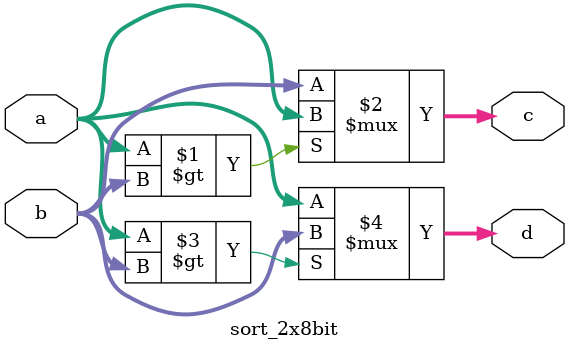
<source format=v>
`timescale 1ns / 1ps
module sort_2x8bit(

	input [7:0] a, // 8-bit input
	input [7:0] b, // 8-bit input
	output [7:0] c, // 8-bit output
	output [7:0] d // 8-bit output

);

	assign c = a > b ? a : b; // If first input is greater than second, swap outputs
	assign d = a > b ? b : a;

endmodule

</source>
